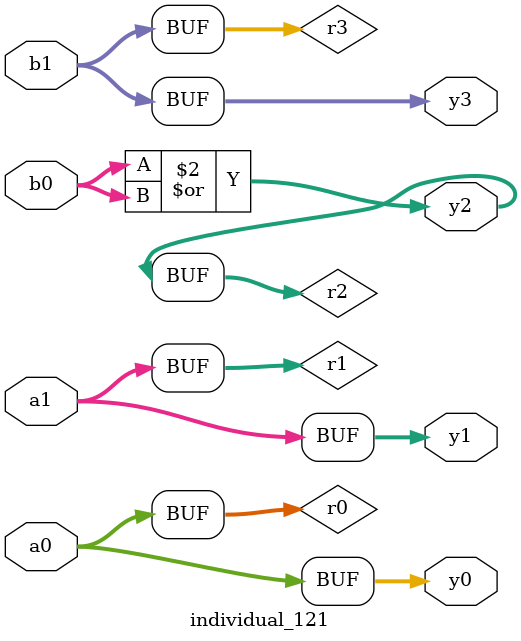
<source format=sv>
module individual_121(input logic [15:0] a1, input logic [15:0] a0, input logic [15:0] b1, input logic [15:0] b0, output logic [15:0] y3, output logic [15:0] y2, output logic [15:0] y1, output logic [15:0] y0);
logic [15:0] r0, r1, r2, r3; 
 always@(*) begin 
	 r0 = a0; r1 = a1; r2 = b0; r3 = b1; 
 	 r2  |=  r2 ;
 	 y3 = r3; y2 = r2; y1 = r1; y0 = r0; 
end
endmodule
</source>
